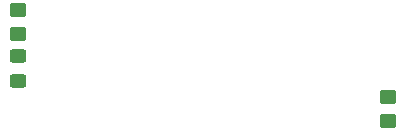
<source format=gbr>
G04 #@! TF.GenerationSoftware,KiCad,Pcbnew,(6.0.4)*
G04 #@! TF.CreationDate,2022-05-01T23:11:05-04:00*
G04 #@! TF.ProjectId,Power_Breakout,506f7765-725f-4427-9265-616b6f75742e,v1*
G04 #@! TF.SameCoordinates,Original*
G04 #@! TF.FileFunction,Paste,Top*
G04 #@! TF.FilePolarity,Positive*
%FSLAX46Y46*%
G04 Gerber Fmt 4.6, Leading zero omitted, Abs format (unit mm)*
G04 Created by KiCad (PCBNEW (6.0.4)) date 2022-05-01 23:11:05*
%MOMM*%
%LPD*%
G01*
G04 APERTURE LIST*
G04 Aperture macros list*
%AMRoundRect*
0 Rectangle with rounded corners*
0 $1 Rounding radius*
0 $2 $3 $4 $5 $6 $7 $8 $9 X,Y pos of 4 corners*
0 Add a 4 corners polygon primitive as box body*
4,1,4,$2,$3,$4,$5,$6,$7,$8,$9,$2,$3,0*
0 Add four circle primitives for the rounded corners*
1,1,$1+$1,$2,$3*
1,1,$1+$1,$4,$5*
1,1,$1+$1,$6,$7*
1,1,$1+$1,$8,$9*
0 Add four rect primitives between the rounded corners*
20,1,$1+$1,$2,$3,$4,$5,0*
20,1,$1+$1,$4,$5,$6,$7,0*
20,1,$1+$1,$6,$7,$8,$9,0*
20,1,$1+$1,$8,$9,$2,$3,0*%
G04 Aperture macros list end*
%ADD10RoundRect,0.250000X0.450000X-0.350000X0.450000X0.350000X-0.450000X0.350000X-0.450000X-0.350000X0*%
%ADD11RoundRect,0.250000X0.450000X-0.325000X0.450000X0.325000X-0.450000X0.325000X-0.450000X-0.325000X0*%
%ADD12RoundRect,0.250000X-0.450000X0.350000X-0.450000X-0.350000X0.450000X-0.350000X0.450000X0.350000X0*%
G04 APERTURE END LIST*
D10*
X191700000Y-150250000D03*
X191700000Y-148250000D03*
D11*
X160400000Y-146850000D03*
X160400000Y-144800000D03*
D12*
X160400000Y-140900000D03*
X160400000Y-142900000D03*
M02*

</source>
